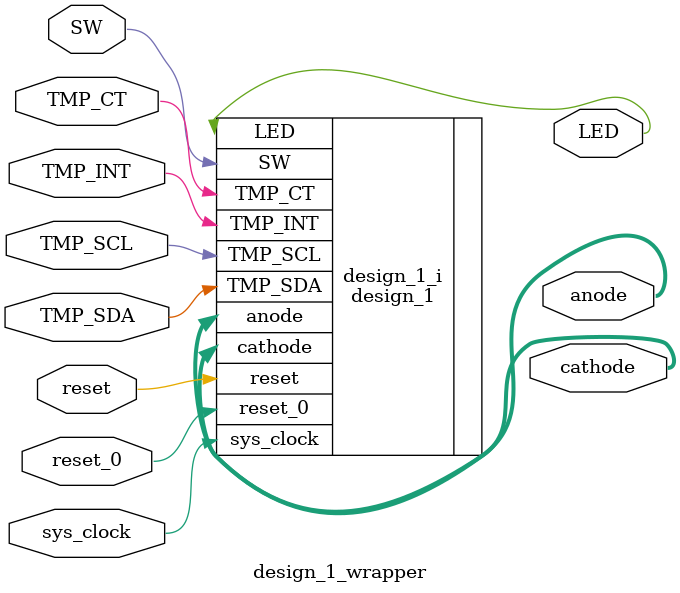
<source format=v>
`timescale 1 ps / 1 ps

module design_1_wrapper
   (LED,
    SW,
    TMP_CT,
    TMP_INT,
    TMP_SCL,
    TMP_SDA,
    anode,
    cathode,
    reset,
    reset_0,
    sys_clock);
  output LED;
  input SW;
  inout TMP_CT;
  inout TMP_INT;
  inout TMP_SCL;
  inout TMP_SDA;
  output [7:0]anode;
  output [7:0]cathode;
  input reset;
  input reset_0;
  input sys_clock;

  wire LED;
  wire SW;
  wire TMP_CT;
  wire TMP_INT;
  wire TMP_SCL;
  wire TMP_SDA;
  wire [7:0]anode;
  wire [7:0]cathode;
  wire reset;
  wire reset_0;
  wire sys_clock;

  design_1 design_1_i
       (.LED(LED),
        .SW(SW),
        .TMP_CT(TMP_CT),
        .TMP_INT(TMP_INT),
        .TMP_SCL(TMP_SCL),
        .TMP_SDA(TMP_SDA),
        .anode(anode),
        .cathode(cathode),
        .reset(reset),
        .reset_0(reset_0),
        .sys_clock(sys_clock));
endmodule

</source>
